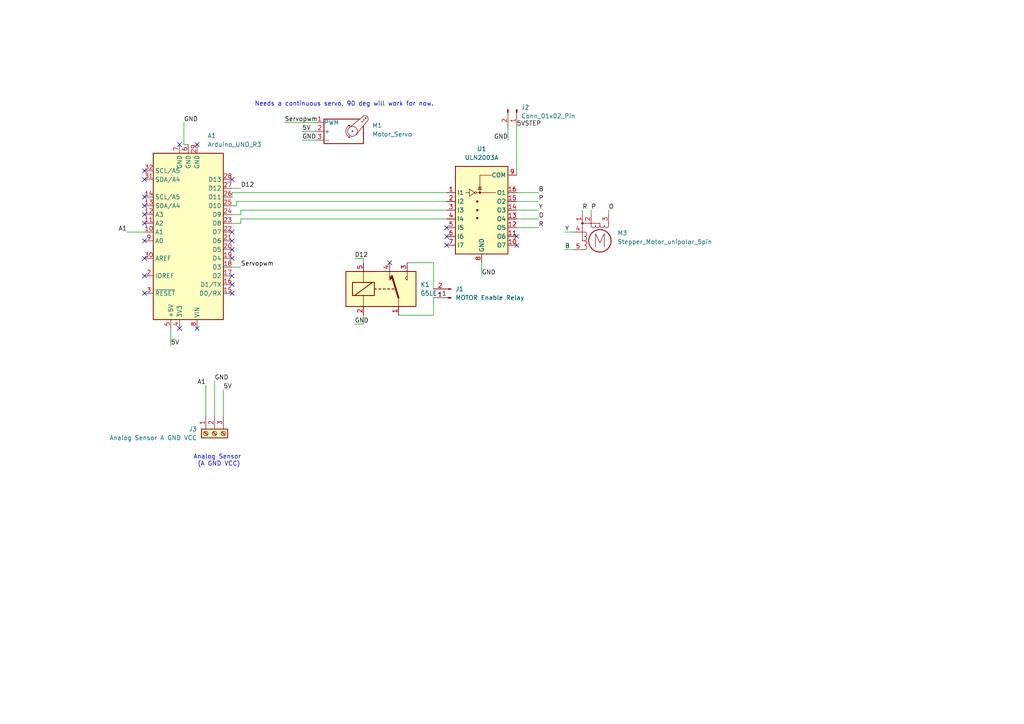
<source format=kicad_sch>
(kicad_sch
	(version 20231120)
	(generator "eeschema")
	(generator_version "8.0")
	(uuid "8bb1ea4f-b250-4936-bc19-6b5bff77a132")
	(paper "A4")
	(lib_symbols
		(symbol "Connector:Conn_01x02_Pin"
			(pin_names
				(offset 1.016) hide)
			(exclude_from_sim no)
			(in_bom yes)
			(on_board yes)
			(property "Reference" "J"
				(at 0 2.54 0)
				(effects
					(font
						(size 1.27 1.27)
					)
				)
			)
			(property "Value" "Conn_01x02_Pin"
				(at 0 -5.08 0)
				(effects
					(font
						(size 1.27 1.27)
					)
				)
			)
			(property "Footprint" ""
				(at 0 0 0)
				(effects
					(font
						(size 1.27 1.27)
					)
					(hide yes)
				)
			)
			(property "Datasheet" "~"
				(at 0 0 0)
				(effects
					(font
						(size 1.27 1.27)
					)
					(hide yes)
				)
			)
			(property "Description" "Generic connector, single row, 01x02, script generated"
				(at 0 0 0)
				(effects
					(font
						(size 1.27 1.27)
					)
					(hide yes)
				)
			)
			(property "ki_locked" ""
				(at 0 0 0)
				(effects
					(font
						(size 1.27 1.27)
					)
				)
			)
			(property "ki_keywords" "connector"
				(at 0 0 0)
				(effects
					(font
						(size 1.27 1.27)
					)
					(hide yes)
				)
			)
			(property "ki_fp_filters" "Connector*:*_1x??_*"
				(at 0 0 0)
				(effects
					(font
						(size 1.27 1.27)
					)
					(hide yes)
				)
			)
			(symbol "Conn_01x02_Pin_1_1"
				(polyline
					(pts
						(xy 1.27 -2.54) (xy 0.8636 -2.54)
					)
					(stroke
						(width 0.1524)
						(type default)
					)
					(fill
						(type none)
					)
				)
				(polyline
					(pts
						(xy 1.27 0) (xy 0.8636 0)
					)
					(stroke
						(width 0.1524)
						(type default)
					)
					(fill
						(type none)
					)
				)
				(rectangle
					(start 0.8636 -2.413)
					(end 0 -2.667)
					(stroke
						(width 0.1524)
						(type default)
					)
					(fill
						(type outline)
					)
				)
				(rectangle
					(start 0.8636 0.127)
					(end 0 -0.127)
					(stroke
						(width 0.1524)
						(type default)
					)
					(fill
						(type outline)
					)
				)
				(pin passive line
					(at 5.08 0 180)
					(length 3.81)
					(name "Pin_1"
						(effects
							(font
								(size 1.27 1.27)
							)
						)
					)
					(number "1"
						(effects
							(font
								(size 1.27 1.27)
							)
						)
					)
				)
				(pin passive line
					(at 5.08 -2.54 180)
					(length 3.81)
					(name "Pin_2"
						(effects
							(font
								(size 1.27 1.27)
							)
						)
					)
					(number "2"
						(effects
							(font
								(size 1.27 1.27)
							)
						)
					)
				)
			)
		)
		(symbol "Connector:Screw_Terminal_01x03"
			(pin_names
				(offset 1.016) hide)
			(exclude_from_sim no)
			(in_bom yes)
			(on_board yes)
			(property "Reference" "J"
				(at 0 5.08 0)
				(effects
					(font
						(size 1.27 1.27)
					)
				)
			)
			(property "Value" "Screw_Terminal_01x03"
				(at 0 -5.08 0)
				(effects
					(font
						(size 1.27 1.27)
					)
				)
			)
			(property "Footprint" ""
				(at 0 0 0)
				(effects
					(font
						(size 1.27 1.27)
					)
					(hide yes)
				)
			)
			(property "Datasheet" "~"
				(at 0 0 0)
				(effects
					(font
						(size 1.27 1.27)
					)
					(hide yes)
				)
			)
			(property "Description" "Generic screw terminal, single row, 01x03, script generated (kicad-library-utils/schlib/autogen/connector/)"
				(at 0 0 0)
				(effects
					(font
						(size 1.27 1.27)
					)
					(hide yes)
				)
			)
			(property "ki_keywords" "screw terminal"
				(at 0 0 0)
				(effects
					(font
						(size 1.27 1.27)
					)
					(hide yes)
				)
			)
			(property "ki_fp_filters" "TerminalBlock*:*"
				(at 0 0 0)
				(effects
					(font
						(size 1.27 1.27)
					)
					(hide yes)
				)
			)
			(symbol "Screw_Terminal_01x03_1_1"
				(rectangle
					(start -1.27 3.81)
					(end 1.27 -3.81)
					(stroke
						(width 0.254)
						(type default)
					)
					(fill
						(type background)
					)
				)
				(circle
					(center 0 -2.54)
					(radius 0.635)
					(stroke
						(width 0.1524)
						(type default)
					)
					(fill
						(type none)
					)
				)
				(polyline
					(pts
						(xy -0.5334 -2.2098) (xy 0.3302 -3.048)
					)
					(stroke
						(width 0.1524)
						(type default)
					)
					(fill
						(type none)
					)
				)
				(polyline
					(pts
						(xy -0.5334 0.3302) (xy 0.3302 -0.508)
					)
					(stroke
						(width 0.1524)
						(type default)
					)
					(fill
						(type none)
					)
				)
				(polyline
					(pts
						(xy -0.5334 2.8702) (xy 0.3302 2.032)
					)
					(stroke
						(width 0.1524)
						(type default)
					)
					(fill
						(type none)
					)
				)
				(polyline
					(pts
						(xy -0.3556 -2.032) (xy 0.508 -2.8702)
					)
					(stroke
						(width 0.1524)
						(type default)
					)
					(fill
						(type none)
					)
				)
				(polyline
					(pts
						(xy -0.3556 0.508) (xy 0.508 -0.3302)
					)
					(stroke
						(width 0.1524)
						(type default)
					)
					(fill
						(type none)
					)
				)
				(polyline
					(pts
						(xy -0.3556 3.048) (xy 0.508 2.2098)
					)
					(stroke
						(width 0.1524)
						(type default)
					)
					(fill
						(type none)
					)
				)
				(circle
					(center 0 0)
					(radius 0.635)
					(stroke
						(width 0.1524)
						(type default)
					)
					(fill
						(type none)
					)
				)
				(circle
					(center 0 2.54)
					(radius 0.635)
					(stroke
						(width 0.1524)
						(type default)
					)
					(fill
						(type none)
					)
				)
				(pin passive line
					(at -5.08 2.54 0)
					(length 3.81)
					(name "Pin_1"
						(effects
							(font
								(size 1.27 1.27)
							)
						)
					)
					(number "1"
						(effects
							(font
								(size 1.27 1.27)
							)
						)
					)
				)
				(pin passive line
					(at -5.08 0 0)
					(length 3.81)
					(name "Pin_2"
						(effects
							(font
								(size 1.27 1.27)
							)
						)
					)
					(number "2"
						(effects
							(font
								(size 1.27 1.27)
							)
						)
					)
				)
				(pin passive line
					(at -5.08 -2.54 0)
					(length 3.81)
					(name "Pin_3"
						(effects
							(font
								(size 1.27 1.27)
							)
						)
					)
					(number "3"
						(effects
							(font
								(size 1.27 1.27)
							)
						)
					)
				)
			)
		)
		(symbol "MCU_Module:Arduino_UNO_R3"
			(exclude_from_sim no)
			(in_bom yes)
			(on_board yes)
			(property "Reference" "A"
				(at -10.16 23.495 0)
				(effects
					(font
						(size 1.27 1.27)
					)
					(justify left bottom)
				)
			)
			(property "Value" "Arduino_UNO_R3"
				(at 5.08 -26.67 0)
				(effects
					(font
						(size 1.27 1.27)
					)
					(justify left top)
				)
			)
			(property "Footprint" "Module:Arduino_UNO_R3"
				(at 0 0 0)
				(effects
					(font
						(size 1.27 1.27)
						(italic yes)
					)
					(hide yes)
				)
			)
			(property "Datasheet" "https://www.arduino.cc/en/Main/arduinoBoardUno"
				(at 0 0 0)
				(effects
					(font
						(size 1.27 1.27)
					)
					(hide yes)
				)
			)
			(property "Description" "Arduino UNO Microcontroller Module, release 3"
				(at 0 0 0)
				(effects
					(font
						(size 1.27 1.27)
					)
					(hide yes)
				)
			)
			(property "ki_keywords" "Arduino UNO R3 Microcontroller Module Atmel AVR USB"
				(at 0 0 0)
				(effects
					(font
						(size 1.27 1.27)
					)
					(hide yes)
				)
			)
			(property "ki_fp_filters" "Arduino*UNO*R3*"
				(at 0 0 0)
				(effects
					(font
						(size 1.27 1.27)
					)
					(hide yes)
				)
			)
			(symbol "Arduino_UNO_R3_0_1"
				(rectangle
					(start -10.16 22.86)
					(end 10.16 -25.4)
					(stroke
						(width 0.254)
						(type default)
					)
					(fill
						(type background)
					)
				)
			)
			(symbol "Arduino_UNO_R3_1_1"
				(pin no_connect line
					(at -10.16 -20.32 0)
					(length 2.54) hide
					(name "NC"
						(effects
							(font
								(size 1.27 1.27)
							)
						)
					)
					(number "1"
						(effects
							(font
								(size 1.27 1.27)
							)
						)
					)
				)
				(pin bidirectional line
					(at 12.7 -2.54 180)
					(length 2.54)
					(name "A1"
						(effects
							(font
								(size 1.27 1.27)
							)
						)
					)
					(number "10"
						(effects
							(font
								(size 1.27 1.27)
							)
						)
					)
				)
				(pin bidirectional line
					(at 12.7 -5.08 180)
					(length 2.54)
					(name "A2"
						(effects
							(font
								(size 1.27 1.27)
							)
						)
					)
					(number "11"
						(effects
							(font
								(size 1.27 1.27)
							)
						)
					)
				)
				(pin bidirectional line
					(at 12.7 -7.62 180)
					(length 2.54)
					(name "A3"
						(effects
							(font
								(size 1.27 1.27)
							)
						)
					)
					(number "12"
						(effects
							(font
								(size 1.27 1.27)
							)
						)
					)
				)
				(pin bidirectional line
					(at 12.7 -10.16 180)
					(length 2.54)
					(name "SDA/A4"
						(effects
							(font
								(size 1.27 1.27)
							)
						)
					)
					(number "13"
						(effects
							(font
								(size 1.27 1.27)
							)
						)
					)
				)
				(pin bidirectional line
					(at 12.7 -12.7 180)
					(length 2.54)
					(name "SCL/A5"
						(effects
							(font
								(size 1.27 1.27)
							)
						)
					)
					(number "14"
						(effects
							(font
								(size 1.27 1.27)
							)
						)
					)
				)
				(pin bidirectional line
					(at -12.7 15.24 0)
					(length 2.54)
					(name "D0/RX"
						(effects
							(font
								(size 1.27 1.27)
							)
						)
					)
					(number "15"
						(effects
							(font
								(size 1.27 1.27)
							)
						)
					)
				)
				(pin bidirectional line
					(at -12.7 12.7 0)
					(length 2.54)
					(name "D1/TX"
						(effects
							(font
								(size 1.27 1.27)
							)
						)
					)
					(number "16"
						(effects
							(font
								(size 1.27 1.27)
							)
						)
					)
				)
				(pin bidirectional line
					(at -12.7 10.16 0)
					(length 2.54)
					(name "D2"
						(effects
							(font
								(size 1.27 1.27)
							)
						)
					)
					(number "17"
						(effects
							(font
								(size 1.27 1.27)
							)
						)
					)
				)
				(pin bidirectional line
					(at -12.7 7.62 0)
					(length 2.54)
					(name "D3"
						(effects
							(font
								(size 1.27 1.27)
							)
						)
					)
					(number "18"
						(effects
							(font
								(size 1.27 1.27)
							)
						)
					)
				)
				(pin bidirectional line
					(at -12.7 5.08 0)
					(length 2.54)
					(name "D4"
						(effects
							(font
								(size 1.27 1.27)
							)
						)
					)
					(number "19"
						(effects
							(font
								(size 1.27 1.27)
							)
						)
					)
				)
				(pin output line
					(at 12.7 10.16 180)
					(length 2.54)
					(name "IOREF"
						(effects
							(font
								(size 1.27 1.27)
							)
						)
					)
					(number "2"
						(effects
							(font
								(size 1.27 1.27)
							)
						)
					)
				)
				(pin bidirectional line
					(at -12.7 2.54 0)
					(length 2.54)
					(name "D5"
						(effects
							(font
								(size 1.27 1.27)
							)
						)
					)
					(number "20"
						(effects
							(font
								(size 1.27 1.27)
							)
						)
					)
				)
				(pin bidirectional line
					(at -12.7 0 0)
					(length 2.54)
					(name "D6"
						(effects
							(font
								(size 1.27 1.27)
							)
						)
					)
					(number "21"
						(effects
							(font
								(size 1.27 1.27)
							)
						)
					)
				)
				(pin bidirectional line
					(at -12.7 -2.54 0)
					(length 2.54)
					(name "D7"
						(effects
							(font
								(size 1.27 1.27)
							)
						)
					)
					(number "22"
						(effects
							(font
								(size 1.27 1.27)
							)
						)
					)
				)
				(pin bidirectional line
					(at -12.7 -5.08 0)
					(length 2.54)
					(name "D8"
						(effects
							(font
								(size 1.27 1.27)
							)
						)
					)
					(number "23"
						(effects
							(font
								(size 1.27 1.27)
							)
						)
					)
				)
				(pin bidirectional line
					(at -12.7 -7.62 0)
					(length 2.54)
					(name "D9"
						(effects
							(font
								(size 1.27 1.27)
							)
						)
					)
					(number "24"
						(effects
							(font
								(size 1.27 1.27)
							)
						)
					)
				)
				(pin bidirectional line
					(at -12.7 -10.16 0)
					(length 2.54)
					(name "D10"
						(effects
							(font
								(size 1.27 1.27)
							)
						)
					)
					(number "25"
						(effects
							(font
								(size 1.27 1.27)
							)
						)
					)
				)
				(pin bidirectional line
					(at -12.7 -12.7 0)
					(length 2.54)
					(name "D11"
						(effects
							(font
								(size 1.27 1.27)
							)
						)
					)
					(number "26"
						(effects
							(font
								(size 1.27 1.27)
							)
						)
					)
				)
				(pin bidirectional line
					(at -12.7 -15.24 0)
					(length 2.54)
					(name "D12"
						(effects
							(font
								(size 1.27 1.27)
							)
						)
					)
					(number "27"
						(effects
							(font
								(size 1.27 1.27)
							)
						)
					)
				)
				(pin bidirectional line
					(at -12.7 -17.78 0)
					(length 2.54)
					(name "D13"
						(effects
							(font
								(size 1.27 1.27)
							)
						)
					)
					(number "28"
						(effects
							(font
								(size 1.27 1.27)
							)
						)
					)
				)
				(pin power_in line
					(at -2.54 -27.94 90)
					(length 2.54)
					(name "GND"
						(effects
							(font
								(size 1.27 1.27)
							)
						)
					)
					(number "29"
						(effects
							(font
								(size 1.27 1.27)
							)
						)
					)
				)
				(pin input line
					(at 12.7 15.24 180)
					(length 2.54)
					(name "~{RESET}"
						(effects
							(font
								(size 1.27 1.27)
							)
						)
					)
					(number "3"
						(effects
							(font
								(size 1.27 1.27)
							)
						)
					)
				)
				(pin input line
					(at 12.7 5.08 180)
					(length 2.54)
					(name "AREF"
						(effects
							(font
								(size 1.27 1.27)
							)
						)
					)
					(number "30"
						(effects
							(font
								(size 1.27 1.27)
							)
						)
					)
				)
				(pin bidirectional line
					(at 12.7 -17.78 180)
					(length 2.54)
					(name "SDA/A4"
						(effects
							(font
								(size 1.27 1.27)
							)
						)
					)
					(number "31"
						(effects
							(font
								(size 1.27 1.27)
							)
						)
					)
				)
				(pin bidirectional line
					(at 12.7 -20.32 180)
					(length 2.54)
					(name "SCL/A5"
						(effects
							(font
								(size 1.27 1.27)
							)
						)
					)
					(number "32"
						(effects
							(font
								(size 1.27 1.27)
							)
						)
					)
				)
				(pin power_out line
					(at 2.54 25.4 270)
					(length 2.54)
					(name "3V3"
						(effects
							(font
								(size 1.27 1.27)
							)
						)
					)
					(number "4"
						(effects
							(font
								(size 1.27 1.27)
							)
						)
					)
				)
				(pin power_out line
					(at 5.08 25.4 270)
					(length 2.54)
					(name "+5V"
						(effects
							(font
								(size 1.27 1.27)
							)
						)
					)
					(number "5"
						(effects
							(font
								(size 1.27 1.27)
							)
						)
					)
				)
				(pin power_in line
					(at 0 -27.94 90)
					(length 2.54)
					(name "GND"
						(effects
							(font
								(size 1.27 1.27)
							)
						)
					)
					(number "6"
						(effects
							(font
								(size 1.27 1.27)
							)
						)
					)
				)
				(pin power_in line
					(at 2.54 -27.94 90)
					(length 2.54)
					(name "GND"
						(effects
							(font
								(size 1.27 1.27)
							)
						)
					)
					(number "7"
						(effects
							(font
								(size 1.27 1.27)
							)
						)
					)
				)
				(pin power_in line
					(at -2.54 25.4 270)
					(length 2.54)
					(name "VIN"
						(effects
							(font
								(size 1.27 1.27)
							)
						)
					)
					(number "8"
						(effects
							(font
								(size 1.27 1.27)
							)
						)
					)
				)
				(pin bidirectional line
					(at 12.7 0 180)
					(length 2.54)
					(name "A0"
						(effects
							(font
								(size 1.27 1.27)
							)
						)
					)
					(number "9"
						(effects
							(font
								(size 1.27 1.27)
							)
						)
					)
				)
			)
		)
		(symbol "Motor:Motor_Servo"
			(pin_names
				(offset 0.0254)
			)
			(exclude_from_sim no)
			(in_bom yes)
			(on_board yes)
			(property "Reference" "M"
				(at -5.08 4.445 0)
				(effects
					(font
						(size 1.27 1.27)
					)
					(justify left)
				)
			)
			(property "Value" "Motor_Servo"
				(at -5.08 -4.064 0)
				(effects
					(font
						(size 1.27 1.27)
					)
					(justify left top)
				)
			)
			(property "Footprint" ""
				(at 0 -4.826 0)
				(effects
					(font
						(size 1.27 1.27)
					)
					(hide yes)
				)
			)
			(property "Datasheet" "http://forums.parallax.com/uploads/attachments/46831/74481.png"
				(at 0 -4.826 0)
				(effects
					(font
						(size 1.27 1.27)
					)
					(hide yes)
				)
			)
			(property "Description" "Servo Motor (Futaba, HiTec, JR connector)"
				(at 0 0 0)
				(effects
					(font
						(size 1.27 1.27)
					)
					(hide yes)
				)
			)
			(property "ki_keywords" "Servo Motor"
				(at 0 0 0)
				(effects
					(font
						(size 1.27 1.27)
					)
					(hide yes)
				)
			)
			(property "ki_fp_filters" "PinHeader*P2.54mm*"
				(at 0 0 0)
				(effects
					(font
						(size 1.27 1.27)
					)
					(hide yes)
				)
			)
			(symbol "Motor_Servo_0_1"
				(polyline
					(pts
						(xy 2.413 -1.778) (xy 2.032 -1.778)
					)
					(stroke
						(width 0)
						(type default)
					)
					(fill
						(type none)
					)
				)
				(polyline
					(pts
						(xy 2.413 -1.778) (xy 2.286 -1.397)
					)
					(stroke
						(width 0)
						(type default)
					)
					(fill
						(type none)
					)
				)
				(polyline
					(pts
						(xy 2.413 1.778) (xy 1.905 1.778)
					)
					(stroke
						(width 0)
						(type default)
					)
					(fill
						(type none)
					)
				)
				(polyline
					(pts
						(xy 2.413 1.778) (xy 2.286 1.397)
					)
					(stroke
						(width 0)
						(type default)
					)
					(fill
						(type none)
					)
				)
				(polyline
					(pts
						(xy 6.35 4.445) (xy 2.54 1.27)
					)
					(stroke
						(width 0)
						(type default)
					)
					(fill
						(type none)
					)
				)
				(polyline
					(pts
						(xy 7.62 3.175) (xy 4.191 -1.016)
					)
					(stroke
						(width 0)
						(type default)
					)
					(fill
						(type none)
					)
				)
				(polyline
					(pts
						(xy 5.08 3.556) (xy -5.08 3.556) (xy -5.08 -3.556) (xy 6.35 -3.556) (xy 6.35 1.524)
					)
					(stroke
						(width 0.254)
						(type default)
					)
					(fill
						(type none)
					)
				)
				(arc
					(start 2.413 1.778)
					(mid 1.2406 0)
					(end 2.413 -1.778)
					(stroke
						(width 0)
						(type default)
					)
					(fill
						(type none)
					)
				)
				(circle
					(center 3.175 0)
					(radius 0.1778)
					(stroke
						(width 0)
						(type default)
					)
					(fill
						(type none)
					)
				)
				(circle
					(center 3.175 0)
					(radius 1.4224)
					(stroke
						(width 0)
						(type default)
					)
					(fill
						(type none)
					)
				)
				(circle
					(center 5.969 2.794)
					(radius 0.127)
					(stroke
						(width 0)
						(type default)
					)
					(fill
						(type none)
					)
				)
				(circle
					(center 6.477 3.302)
					(radius 0.127)
					(stroke
						(width 0)
						(type default)
					)
					(fill
						(type none)
					)
				)
				(circle
					(center 6.985 3.81)
					(radius 0.127)
					(stroke
						(width 0)
						(type default)
					)
					(fill
						(type none)
					)
				)
				(arc
					(start 7.62 3.175)
					(mid 7.4485 4.2735)
					(end 6.35 4.445)
					(stroke
						(width 0)
						(type default)
					)
					(fill
						(type none)
					)
				)
			)
			(symbol "Motor_Servo_1_1"
				(pin passive line
					(at -7.62 2.54 0)
					(length 2.54)
					(name "PWM"
						(effects
							(font
								(size 1.27 1.27)
							)
						)
					)
					(number "1"
						(effects
							(font
								(size 1.27 1.27)
							)
						)
					)
				)
				(pin passive line
					(at -7.62 0 0)
					(length 2.54)
					(name "+"
						(effects
							(font
								(size 1.27 1.27)
							)
						)
					)
					(number "2"
						(effects
							(font
								(size 1.27 1.27)
							)
						)
					)
				)
				(pin passive line
					(at -7.62 -2.54 0)
					(length 2.54)
					(name "-"
						(effects
							(font
								(size 1.27 1.27)
							)
						)
					)
					(number "3"
						(effects
							(font
								(size 1.27 1.27)
							)
						)
					)
				)
			)
		)
		(symbol "Motor:Stepper_Motor_unipolar_5pin"
			(pin_names
				(offset 0) hide)
			(exclude_from_sim no)
			(in_bom yes)
			(on_board yes)
			(property "Reference" "M"
				(at 3.81 2.54 0)
				(effects
					(font
						(size 1.27 1.27)
					)
					(justify left)
				)
			)
			(property "Value" "Stepper_Motor_unipolar_5pin"
				(at 3.81 1.27 0)
				(effects
					(font
						(size 1.27 1.27)
					)
					(justify left top)
				)
			)
			(property "Footprint" ""
				(at 0.254 -0.254 0)
				(effects
					(font
						(size 1.27 1.27)
					)
					(hide yes)
				)
			)
			(property "Datasheet" "http://www.infineon.com/dgdl/Application-Note-TLE8110EE_driving_UniPolarStepperMotor_V1.1.pdf?fileId=db3a30431be39b97011be5d0aa0a00b0"
				(at 0.254 -0.254 0)
				(effects
					(font
						(size 1.27 1.27)
					)
					(hide yes)
				)
			)
			(property "Description" "5-wire unipolar stepper motor"
				(at 0 0 0)
				(effects
					(font
						(size 1.27 1.27)
					)
					(hide yes)
				)
			)
			(property "ki_keywords" "unipolar stepper motor"
				(at 0 0 0)
				(effects
					(font
						(size 1.27 1.27)
					)
					(hide yes)
				)
			)
			(property "ki_fp_filters" "PinHeader*P2.54mm* TerminalBlock*"
				(at 0 0 0)
				(effects
					(font
						(size 1.27 1.27)
					)
					(hide yes)
				)
			)
			(symbol "Stepper_Motor_unipolar_5pin_0_0"
				(polyline
					(pts
						(xy -1.27 -1.778) (xy -1.27 2.032) (xy 0 -0.508) (xy 1.27 2.032) (xy 1.27 -1.778)
					)
					(stroke
						(width 0)
						(type default)
					)
					(fill
						(type none)
					)
				)
			)
			(symbol "Stepper_Motor_unipolar_5pin_0_1"
				(circle
					(center -5.08 5.08)
					(radius 0.0001)
					(stroke
						(width 0)
						(type default)
					)
					(fill
						(type outline)
					)
				)
				(circle
					(center -5.08 5.08)
					(radius 0.254)
					(stroke
						(width 0)
						(type default)
					)
					(fill
						(type outline)
					)
				)
				(arc
					(start -4.445 -2.54)
					(mid -3.8127 -1.905)
					(end -4.445 -1.27)
					(stroke
						(width 0)
						(type default)
					)
					(fill
						(type none)
					)
				)
				(arc
					(start -4.445 -1.27)
					(mid -3.8127 -0.635)
					(end -4.445 0)
					(stroke
						(width 0)
						(type default)
					)
					(fill
						(type none)
					)
				)
				(arc
					(start -4.445 0)
					(mid -3.8127 0.635)
					(end -4.445 1.27)
					(stroke
						(width 0)
						(type default)
					)
					(fill
						(type none)
					)
				)
				(arc
					(start -4.445 1.27)
					(mid -3.8127 1.905)
					(end -4.445 2.54)
					(stroke
						(width 0)
						(type default)
					)
					(fill
						(type none)
					)
				)
				(arc
					(start -2.54 4.445)
					(mid -1.905 3.8127)
					(end -1.27 4.445)
					(stroke
						(width 0)
						(type default)
					)
					(fill
						(type none)
					)
				)
				(arc
					(start -1.27 4.445)
					(mid -0.635 3.8127)
					(end 0 4.445)
					(stroke
						(width 0)
						(type default)
					)
					(fill
						(type none)
					)
				)
				(polyline
					(pts
						(xy -5.08 -2.54) (xy -4.445 -2.54)
					)
					(stroke
						(width 0)
						(type default)
					)
					(fill
						(type none)
					)
				)
				(polyline
					(pts
						(xy -5.08 2.54) (xy -4.445 2.54)
					)
					(stroke
						(width 0)
						(type default)
					)
					(fill
						(type none)
					)
				)
				(polyline
					(pts
						(xy -2.54 4.445) (xy -2.54 5.08)
					)
					(stroke
						(width 0)
						(type default)
					)
					(fill
						(type none)
					)
				)
				(polyline
					(pts
						(xy 2.54 4.445) (xy 2.54 5.08)
					)
					(stroke
						(width 0)
						(type default)
					)
					(fill
						(type none)
					)
				)
				(polyline
					(pts
						(xy -5.08 5.08) (xy -5.08 0) (xy -4.445 0)
					)
					(stroke
						(width 0)
						(type default)
					)
					(fill
						(type none)
					)
				)
				(polyline
					(pts
						(xy 0 4.445) (xy 0 5.08) (xy -5.08 5.08)
					)
					(stroke
						(width 0)
						(type default)
					)
					(fill
						(type none)
					)
				)
				(circle
					(center 0 0)
					(radius 3.2512)
					(stroke
						(width 0.254)
						(type default)
					)
					(fill
						(type none)
					)
				)
				(arc
					(start 0 4.445)
					(mid 0.635 3.8127)
					(end 1.27 4.445)
					(stroke
						(width 0)
						(type default)
					)
					(fill
						(type none)
					)
				)
				(arc
					(start 1.27 4.445)
					(mid 1.905 3.8127)
					(end 2.54 4.445)
					(stroke
						(width 0)
						(type default)
					)
					(fill
						(type none)
					)
				)
			)
			(symbol "Stepper_Motor_unipolar_5pin_1_1"
				(pin passive line
					(at -5.08 7.62 270)
					(length 2.54)
					(name "~"
						(effects
							(font
								(size 1.27 1.27)
							)
						)
					)
					(number "1"
						(effects
							(font
								(size 1.27 1.27)
							)
						)
					)
				)
				(pin passive line
					(at -2.54 7.62 270)
					(length 2.54)
					(name "~"
						(effects
							(font
								(size 1.27 1.27)
							)
						)
					)
					(number "2"
						(effects
							(font
								(size 1.27 1.27)
							)
						)
					)
				)
				(pin passive line
					(at 2.54 7.62 270)
					(length 2.54)
					(name "-"
						(effects
							(font
								(size 1.27 1.27)
							)
						)
					)
					(number "3"
						(effects
							(font
								(size 1.27 1.27)
							)
						)
					)
				)
				(pin passive line
					(at -7.62 2.54 0)
					(length 2.54)
					(name "~"
						(effects
							(font
								(size 1.27 1.27)
							)
						)
					)
					(number "4"
						(effects
							(font
								(size 1.27 1.27)
							)
						)
					)
				)
				(pin passive line
					(at -7.62 -2.54 0)
					(length 2.54)
					(name "~"
						(effects
							(font
								(size 1.27 1.27)
							)
						)
					)
					(number "5"
						(effects
							(font
								(size 1.27 1.27)
							)
						)
					)
				)
			)
		)
		(symbol "Relay:G5LE-1"
			(exclude_from_sim no)
			(in_bom yes)
			(on_board yes)
			(property "Reference" "K"
				(at 11.43 3.81 0)
				(effects
					(font
						(size 1.27 1.27)
					)
					(justify left)
				)
			)
			(property "Value" "G5LE-1"
				(at 11.43 1.27 0)
				(effects
					(font
						(size 1.27 1.27)
					)
					(justify left)
				)
			)
			(property "Footprint" "Relay_THT:Relay_SPDT_Omron-G5LE-1"
				(at 11.43 -1.27 0)
				(effects
					(font
						(size 1.27 1.27)
					)
					(justify left)
					(hide yes)
				)
			)
			(property "Datasheet" "http://www.omron.com/ecb/products/pdf/en-g5le.pdf"
				(at 0 0 0)
				(effects
					(font
						(size 1.27 1.27)
					)
					(hide yes)
				)
			)
			(property "Description" "Omron G5LE relay, Miniature Single Pole, SPDT, 10A"
				(at 0 0 0)
				(effects
					(font
						(size 1.27 1.27)
					)
					(hide yes)
				)
			)
			(property "ki_keywords" "Miniature Single Pole Relay"
				(at 0 0 0)
				(effects
					(font
						(size 1.27 1.27)
					)
					(hide yes)
				)
			)
			(property "ki_fp_filters" "Relay*SPDT*Omron*G5LE?1*"
				(at 0 0 0)
				(effects
					(font
						(size 1.27 1.27)
					)
					(hide yes)
				)
			)
			(symbol "G5LE-1_0_0"
				(polyline
					(pts
						(xy 7.62 5.08) (xy 7.62 2.54) (xy 6.985 3.175) (xy 7.62 3.81)
					)
					(stroke
						(width 0)
						(type default)
					)
					(fill
						(type none)
					)
				)
			)
			(symbol "G5LE-1_0_1"
				(rectangle
					(start -10.16 5.08)
					(end 10.16 -5.08)
					(stroke
						(width 0.254)
						(type default)
					)
					(fill
						(type background)
					)
				)
				(rectangle
					(start -8.255 1.905)
					(end -1.905 -1.905)
					(stroke
						(width 0.254)
						(type default)
					)
					(fill
						(type none)
					)
				)
				(polyline
					(pts
						(xy -7.62 -1.905) (xy -2.54 1.905)
					)
					(stroke
						(width 0.254)
						(type default)
					)
					(fill
						(type none)
					)
				)
				(polyline
					(pts
						(xy -5.08 -5.08) (xy -5.08 -1.905)
					)
					(stroke
						(width 0)
						(type default)
					)
					(fill
						(type none)
					)
				)
				(polyline
					(pts
						(xy -5.08 5.08) (xy -5.08 1.905)
					)
					(stroke
						(width 0)
						(type default)
					)
					(fill
						(type none)
					)
				)
				(polyline
					(pts
						(xy -1.905 0) (xy -1.27 0)
					)
					(stroke
						(width 0.254)
						(type default)
					)
					(fill
						(type none)
					)
				)
				(polyline
					(pts
						(xy -0.635 0) (xy 0 0)
					)
					(stroke
						(width 0.254)
						(type default)
					)
					(fill
						(type none)
					)
				)
				(polyline
					(pts
						(xy 0.635 0) (xy 1.27 0)
					)
					(stroke
						(width 0.254)
						(type default)
					)
					(fill
						(type none)
					)
				)
				(polyline
					(pts
						(xy 1.905 0) (xy 2.54 0)
					)
					(stroke
						(width 0.254)
						(type default)
					)
					(fill
						(type none)
					)
				)
				(polyline
					(pts
						(xy 3.175 0) (xy 3.81 0)
					)
					(stroke
						(width 0.254)
						(type default)
					)
					(fill
						(type none)
					)
				)
				(polyline
					(pts
						(xy 5.08 -2.54) (xy 3.175 3.81)
					)
					(stroke
						(width 0.508)
						(type default)
					)
					(fill
						(type none)
					)
				)
				(polyline
					(pts
						(xy 5.08 -2.54) (xy 5.08 -5.08)
					)
					(stroke
						(width 0)
						(type default)
					)
					(fill
						(type none)
					)
				)
				(polyline
					(pts
						(xy 2.54 5.08) (xy 2.54 2.54) (xy 3.175 3.175) (xy 2.54 3.81)
					)
					(stroke
						(width 0)
						(type default)
					)
					(fill
						(type outline)
					)
				)
			)
			(symbol "G5LE-1_1_1"
				(pin passive line
					(at 5.08 -7.62 90)
					(length 2.54)
					(name "~"
						(effects
							(font
								(size 1.27 1.27)
							)
						)
					)
					(number "1"
						(effects
							(font
								(size 1.27 1.27)
							)
						)
					)
				)
				(pin passive line
					(at -5.08 -7.62 90)
					(length 2.54)
					(name "~"
						(effects
							(font
								(size 1.27 1.27)
							)
						)
					)
					(number "2"
						(effects
							(font
								(size 1.27 1.27)
							)
						)
					)
				)
				(pin passive line
					(at 7.62 7.62 270)
					(length 2.54)
					(name "~"
						(effects
							(font
								(size 1.27 1.27)
							)
						)
					)
					(number "3"
						(effects
							(font
								(size 1.27 1.27)
							)
						)
					)
				)
				(pin passive line
					(at 2.54 7.62 270)
					(length 2.54)
					(name "~"
						(effects
							(font
								(size 1.27 1.27)
							)
						)
					)
					(number "4"
						(effects
							(font
								(size 1.27 1.27)
							)
						)
					)
				)
				(pin passive line
					(at -5.08 7.62 270)
					(length 2.54)
					(name "~"
						(effects
							(font
								(size 1.27 1.27)
							)
						)
					)
					(number "5"
						(effects
							(font
								(size 1.27 1.27)
							)
						)
					)
				)
			)
		)
		(symbol "Transistor_Array:ULN2003A"
			(exclude_from_sim no)
			(in_bom yes)
			(on_board yes)
			(property "Reference" "U"
				(at 0 15.875 0)
				(effects
					(font
						(size 1.27 1.27)
					)
				)
			)
			(property "Value" "ULN2003A"
				(at 0 13.97 0)
				(effects
					(font
						(size 1.27 1.27)
					)
				)
			)
			(property "Footprint" ""
				(at 1.27 -13.97 0)
				(effects
					(font
						(size 1.27 1.27)
					)
					(justify left)
					(hide yes)
				)
			)
			(property "Datasheet" "http://www.ti.com/lit/ds/symlink/uln2003a.pdf"
				(at 2.54 -5.08 0)
				(effects
					(font
						(size 1.27 1.27)
					)
					(hide yes)
				)
			)
			(property "Description" "High Voltage, High Current Darlington Transistor Arrays, SOIC16/SOIC16W/DIP16/TSSOP16"
				(at 0 0 0)
				(effects
					(font
						(size 1.27 1.27)
					)
					(hide yes)
				)
			)
			(property "ki_keywords" "darlington transistor array"
				(at 0 0 0)
				(effects
					(font
						(size 1.27 1.27)
					)
					(hide yes)
				)
			)
			(property "ki_fp_filters" "DIP*W7.62mm* SOIC*3.9x9.9mm*P1.27mm* SSOP*4.4x5.2mm*P0.65mm* TSSOP*4.4x5mm*P0.65mm* SOIC*W*5.3x10.2mm*P1.27mm*"
				(at 0 0 0)
				(effects
					(font
						(size 1.27 1.27)
					)
					(hide yes)
				)
			)
			(symbol "ULN2003A_0_1"
				(rectangle
					(start -7.62 -12.7)
					(end 7.62 12.7)
					(stroke
						(width 0.254)
						(type default)
					)
					(fill
						(type background)
					)
				)
				(circle
					(center -1.778 5.08)
					(radius 0.254)
					(stroke
						(width 0)
						(type default)
					)
					(fill
						(type none)
					)
				)
				(circle
					(center -1.27 -2.286)
					(radius 0.254)
					(stroke
						(width 0)
						(type default)
					)
					(fill
						(type outline)
					)
				)
				(circle
					(center -1.27 0)
					(radius 0.254)
					(stroke
						(width 0)
						(type default)
					)
					(fill
						(type outline)
					)
				)
				(circle
					(center -1.27 2.54)
					(radius 0.254)
					(stroke
						(width 0)
						(type default)
					)
					(fill
						(type outline)
					)
				)
				(circle
					(center -0.508 5.08)
					(radius 0.254)
					(stroke
						(width 0)
						(type default)
					)
					(fill
						(type outline)
					)
				)
				(polyline
					(pts
						(xy -4.572 5.08) (xy -3.556 5.08)
					)
					(stroke
						(width 0)
						(type default)
					)
					(fill
						(type none)
					)
				)
				(polyline
					(pts
						(xy -1.524 5.08) (xy 4.064 5.08)
					)
					(stroke
						(width 0)
						(type default)
					)
					(fill
						(type none)
					)
				)
				(polyline
					(pts
						(xy 0 6.731) (xy -1.016 6.731)
					)
					(stroke
						(width 0)
						(type default)
					)
					(fill
						(type none)
					)
				)
				(polyline
					(pts
						(xy -0.508 5.08) (xy -0.508 10.16) (xy 2.921 10.16)
					)
					(stroke
						(width 0)
						(type default)
					)
					(fill
						(type none)
					)
				)
				(polyline
					(pts
						(xy -3.556 6.096) (xy -3.556 4.064) (xy -2.032 5.08) (xy -3.556 6.096)
					)
					(stroke
						(width 0)
						(type default)
					)
					(fill
						(type none)
					)
				)
				(polyline
					(pts
						(xy 0 5.969) (xy -1.016 5.969) (xy -0.508 6.731) (xy 0 5.969)
					)
					(stroke
						(width 0)
						(type default)
					)
					(fill
						(type none)
					)
				)
			)
			(symbol "ULN2003A_1_1"
				(pin input line
					(at -10.16 5.08 0)
					(length 2.54)
					(name "I1"
						(effects
							(font
								(size 1.27 1.27)
							)
						)
					)
					(number "1"
						(effects
							(font
								(size 1.27 1.27)
							)
						)
					)
				)
				(pin open_collector line
					(at 10.16 -10.16 180)
					(length 2.54)
					(name "O7"
						(effects
							(font
								(size 1.27 1.27)
							)
						)
					)
					(number "10"
						(effects
							(font
								(size 1.27 1.27)
							)
						)
					)
				)
				(pin open_collector line
					(at 10.16 -7.62 180)
					(length 2.54)
					(name "O6"
						(effects
							(font
								(size 1.27 1.27)
							)
						)
					)
					(number "11"
						(effects
							(font
								(size 1.27 1.27)
							)
						)
					)
				)
				(pin open_collector line
					(at 10.16 -5.08 180)
					(length 2.54)
					(name "O5"
						(effects
							(font
								(size 1.27 1.27)
							)
						)
					)
					(number "12"
						(effects
							(font
								(size 1.27 1.27)
							)
						)
					)
				)
				(pin open_collector line
					(at 10.16 -2.54 180)
					(length 2.54)
					(name "O4"
						(effects
							(font
								(size 1.27 1.27)
							)
						)
					)
					(number "13"
						(effects
							(font
								(size 1.27 1.27)
							)
						)
					)
				)
				(pin open_collector line
					(at 10.16 0 180)
					(length 2.54)
					(name "O3"
						(effects
							(font
								(size 1.27 1.27)
							)
						)
					)
					(number "14"
						(effects
							(font
								(size 1.27 1.27)
							)
						)
					)
				)
				(pin open_collector line
					(at 10.16 2.54 180)
					(length 2.54)
					(name "O2"
						(effects
							(font
								(size 1.27 1.27)
							)
						)
					)
					(number "15"
						(effects
							(font
								(size 1.27 1.27)
							)
						)
					)
				)
				(pin open_collector line
					(at 10.16 5.08 180)
					(length 2.54)
					(name "O1"
						(effects
							(font
								(size 1.27 1.27)
							)
						)
					)
					(number "16"
						(effects
							(font
								(size 1.27 1.27)
							)
						)
					)
				)
				(pin input line
					(at -10.16 2.54 0)
					(length 2.54)
					(name "I2"
						(effects
							(font
								(size 1.27 1.27)
							)
						)
					)
					(number "2"
						(effects
							(font
								(size 1.27 1.27)
							)
						)
					)
				)
				(pin input line
					(at -10.16 0 0)
					(length 2.54)
					(name "I3"
						(effects
							(font
								(size 1.27 1.27)
							)
						)
					)
					(number "3"
						(effects
							(font
								(size 1.27 1.27)
							)
						)
					)
				)
				(pin input line
					(at -10.16 -2.54 0)
					(length 2.54)
					(name "I4"
						(effects
							(font
								(size 1.27 1.27)
							)
						)
					)
					(number "4"
						(effects
							(font
								(size 1.27 1.27)
							)
						)
					)
				)
				(pin input line
					(at -10.16 -5.08 0)
					(length 2.54)
					(name "I5"
						(effects
							(font
								(size 1.27 1.27)
							)
						)
					)
					(number "5"
						(effects
							(font
								(size 1.27 1.27)
							)
						)
					)
				)
				(pin input line
					(at -10.16 -7.62 0)
					(length 2.54)
					(name "I6"
						(effects
							(font
								(size 1.27 1.27)
							)
						)
					)
					(number "6"
						(effects
							(font
								(size 1.27 1.27)
							)
						)
					)
				)
				(pin input line
					(at -10.16 -10.16 0)
					(length 2.54)
					(name "I7"
						(effects
							(font
								(size 1.27 1.27)
							)
						)
					)
					(number "7"
						(effects
							(font
								(size 1.27 1.27)
							)
						)
					)
				)
				(pin power_in line
					(at 0 -15.24 90)
					(length 2.54)
					(name "GND"
						(effects
							(font
								(size 1.27 1.27)
							)
						)
					)
					(number "8"
						(effects
							(font
								(size 1.27 1.27)
							)
						)
					)
				)
				(pin passive line
					(at 10.16 10.16 180)
					(length 2.54)
					(name "COM"
						(effects
							(font
								(size 1.27 1.27)
							)
						)
					)
					(number "9"
						(effects
							(font
								(size 1.27 1.27)
							)
						)
					)
				)
			)
		)
	)
	(no_connect
		(at 41.91 85.09)
		(uuid "0a2f8684-651b-491f-9d89-27b982baef29")
	)
	(no_connect
		(at 52.07 95.25)
		(uuid "0eb509f1-1234-46aa-a1f2-2fe34d552d5b")
	)
	(no_connect
		(at 129.54 68.58)
		(uuid "143f83af-5ad6-4287-910d-85f5b429f4c5")
	)
	(no_connect
		(at 41.91 59.69)
		(uuid "1cba326c-a740-4640-a6b8-7b59b9aa4abe")
	)
	(no_connect
		(at 41.91 52.07)
		(uuid "215b7625-56bc-464a-9eb5-6d8e55fcfb8d")
	)
	(no_connect
		(at 52.07 41.91)
		(uuid "2b003766-2bd4-4347-acdb-76aef064d838")
	)
	(no_connect
		(at 67.31 74.93)
		(uuid "2d79c2bb-7d95-496c-acd6-c90aef93e209")
	)
	(no_connect
		(at 149.86 68.58)
		(uuid "45c739e4-8bce-4529-be9d-fc74aa9f7d3d")
	)
	(no_connect
		(at 57.15 41.91)
		(uuid "502b3afb-69a9-4f99-b207-ef4c32e315d3")
	)
	(no_connect
		(at 41.91 69.85)
		(uuid "6237dace-7288-4634-acb0-82e139de4c33")
	)
	(no_connect
		(at 129.54 71.12)
		(uuid "709e73d8-296c-4540-b203-cf3c962152b4")
	)
	(no_connect
		(at 41.91 80.01)
		(uuid "83eb863e-9f54-4b70-b9c9-76f375eee486")
	)
	(no_connect
		(at 67.31 72.39)
		(uuid "a3f45ee2-0188-4f03-bbb9-628a0bddf38e")
	)
	(no_connect
		(at 41.91 49.53)
		(uuid "a5559bb2-3536-4d7e-90a1-43085291b9f4")
	)
	(no_connect
		(at 67.31 52.07)
		(uuid "ac459bc0-6791-4bf9-83cd-cf8f17faff54")
	)
	(no_connect
		(at 41.91 57.15)
		(uuid "ba920580-1f4a-4a0e-a55b-3b8b1382ec12")
	)
	(no_connect
		(at 57.15 95.25)
		(uuid "c3a58fb9-0f3a-4e6d-b465-44324733456c")
	)
	(no_connect
		(at 41.91 64.77)
		(uuid "c84f4656-a439-45ad-a21f-453d9673185b")
	)
	(no_connect
		(at 113.03 76.2)
		(uuid "cc9cbc84-35ed-4d0a-9aba-a69288661588")
	)
	(no_connect
		(at 129.54 66.04)
		(uuid "dc6f2034-b0a9-4abd-a293-0e3837ca859a")
	)
	(no_connect
		(at 67.31 69.85)
		(uuid "dcb73fbd-88ad-462d-b973-546f22db8384")
	)
	(no_connect
		(at 67.31 85.09)
		(uuid "f055aaf8-a82e-4dfe-a3d7-e66196edbc34")
	)
	(no_connect
		(at 41.91 74.93)
		(uuid "f1dad38b-a15c-430b-8faf-254c8fdb7e37")
	)
	(no_connect
		(at 149.86 71.12)
		(uuid "f6391420-8530-46b4-8abb-86d05aff0e83")
	)
	(no_connect
		(at 41.91 62.23)
		(uuid "fbd8f572-41b8-442e-a29e-c0724b628173")
	)
	(no_connect
		(at 67.31 80.01)
		(uuid "fe316971-bea2-427d-94ec-048df1fb9ac2")
	)
	(no_connect
		(at 67.31 82.55)
		(uuid "fe3a8b9b-83c5-49b5-860a-c772360f50b2")
	)
	(no_connect
		(at 67.31 67.31)
		(uuid "ffe62d0f-785c-4d70-94bc-716a87a0e469")
	)
	(wire
		(pts
			(xy 163.83 72.39) (xy 166.37 72.39)
		)
		(stroke
			(width 0)
			(type default)
		)
		(uuid "01e6f35c-6b5b-4704-ae18-ccf64d5776ef")
	)
	(wire
		(pts
			(xy 129.54 55.88) (xy 67.31 55.88)
		)
		(stroke
			(width 0)
			(type default)
		)
		(uuid "05c97ddf-62aa-40df-99a2-2b0c43235f21")
	)
	(wire
		(pts
			(xy 87.63 38.1) (xy 91.44 38.1)
		)
		(stroke
			(width 0)
			(type default)
		)
		(uuid "06e02dc1-994e-4a40-8855-ff75267c2171")
	)
	(wire
		(pts
			(xy 105.41 93.98) (xy 105.41 91.44)
		)
		(stroke
			(width 0)
			(type default)
		)
		(uuid "077fb625-1792-4417-8c49-3b455bd5a32b")
	)
	(wire
		(pts
			(xy 125.73 91.44) (xy 125.73 86.36)
		)
		(stroke
			(width 0)
			(type default)
		)
		(uuid "1549b92e-83bd-47eb-a272-329dd111fe8e")
	)
	(wire
		(pts
			(xy 168.91 60.96) (xy 168.91 62.23)
		)
		(stroke
			(width 0)
			(type default)
		)
		(uuid "162c4df8-9cb5-426b-b47a-544796dafd76")
	)
	(wire
		(pts
			(xy 125.73 76.2) (xy 125.73 83.82)
		)
		(stroke
			(width 0)
			(type default)
		)
		(uuid "24d09b38-e03f-4ac0-8dfc-30377434470b")
	)
	(wire
		(pts
			(xy 149.86 66.04) (xy 156.21 66.04)
		)
		(stroke
			(width 0)
			(type default)
		)
		(uuid "277ef708-ec25-49ed-9cfc-0e4035482b8e")
	)
	(wire
		(pts
			(xy 105.41 74.93) (xy 102.87 74.93)
		)
		(stroke
			(width 0)
			(type default)
		)
		(uuid "2f11dbde-bfca-4491-a094-ca9df558a3b9")
	)
	(wire
		(pts
			(xy 49.53 95.25) (xy 49.53 100.33)
		)
		(stroke
			(width 0)
			(type default)
		)
		(uuid "347e4c6e-c156-4199-ac15-6f93f52eda13")
	)
	(wire
		(pts
			(xy 149.86 55.88) (xy 156.21 55.88)
		)
		(stroke
			(width 0)
			(type default)
		)
		(uuid "36b50ac4-04c6-4b80-a317-15ea04ee9246")
	)
	(wire
		(pts
			(xy 105.41 93.98) (xy 102.87 93.98)
		)
		(stroke
			(width 0)
			(type default)
		)
		(uuid "38eb5af0-3b29-49ef-a7af-75e5f09280dc")
	)
	(wire
		(pts
			(xy 176.53 60.96) (xy 176.53 62.23)
		)
		(stroke
			(width 0)
			(type default)
		)
		(uuid "3b217f70-4b36-4859-8091-dd6b1f3c6f29")
	)
	(wire
		(pts
			(xy 118.11 76.2) (xy 125.73 76.2)
		)
		(stroke
			(width 0)
			(type default)
		)
		(uuid "41513780-b385-4c52-ab41-f520b2334a15")
	)
	(wire
		(pts
			(xy 64.77 113.03) (xy 64.77 120.65)
		)
		(stroke
			(width 0)
			(type default)
		)
		(uuid "468f15e1-0ef0-4ed5-9882-b74d60ec4e77")
	)
	(wire
		(pts
			(xy 149.86 36.83) (xy 149.86 50.8)
		)
		(stroke
			(width 0)
			(type default)
		)
		(uuid "4f32b855-943b-4dd8-a867-4a5c0d9c40b2")
	)
	(wire
		(pts
			(xy 59.69 111.76) (xy 59.69 120.65)
		)
		(stroke
			(width 0)
			(type default)
		)
		(uuid "4fb92b54-313b-4ae3-8e49-03ad762b6177")
	)
	(wire
		(pts
			(xy 62.23 110.49) (xy 62.23 120.65)
		)
		(stroke
			(width 0)
			(type default)
		)
		(uuid "5e719831-a47c-4b12-b0a4-8ba4ffed87de")
	)
	(wire
		(pts
			(xy 69.85 64.77) (xy 67.31 64.77)
		)
		(stroke
			(width 0)
			(type default)
		)
		(uuid "6ccee0f4-213b-41fc-9b26-9513c82262de")
	)
	(wire
		(pts
			(xy 149.86 63.5) (xy 156.21 63.5)
		)
		(stroke
			(width 0)
			(type default)
		)
		(uuid "74db0fe6-7352-424e-b802-3bd2800dab94")
	)
	(wire
		(pts
			(xy 69.85 63.5) (xy 69.85 64.77)
		)
		(stroke
			(width 0)
			(type default)
		)
		(uuid "7f32e790-91a7-45a5-9d5e-544e3092414a")
	)
	(wire
		(pts
			(xy 171.45 60.96) (xy 171.45 62.23)
		)
		(stroke
			(width 0)
			(type default)
		)
		(uuid "8ce64301-813b-4fda-a553-c97ea0d3267c")
	)
	(wire
		(pts
			(xy 129.54 63.5) (xy 69.85 63.5)
		)
		(stroke
			(width 0)
			(type default)
		)
		(uuid "94817ba3-086d-486a-81eb-fd7b1cc54f2e")
	)
	(wire
		(pts
			(xy 53.34 41.91) (xy 54.61 41.91)
		)
		(stroke
			(width 0)
			(type default)
		)
		(uuid "9779ec24-8b70-4482-85bb-fe1cc2331bc8")
	)
	(wire
		(pts
			(xy 68.58 59.69) (xy 67.31 59.69)
		)
		(stroke
			(width 0)
			(type default)
		)
		(uuid "98574490-00bf-4211-8a26-b0a457302074")
	)
	(wire
		(pts
			(xy 67.31 55.88) (xy 67.31 57.15)
		)
		(stroke
			(width 0)
			(type default)
		)
		(uuid "9d02c065-e5bb-40c0-8301-db930fae4fa5")
	)
	(wire
		(pts
			(xy 87.63 40.64) (xy 91.44 40.64)
		)
		(stroke
			(width 0)
			(type default)
		)
		(uuid "9e6e185c-9878-4c11-ac4d-e607d040a618")
	)
	(wire
		(pts
			(xy 105.41 74.93) (xy 105.41 76.2)
		)
		(stroke
			(width 0)
			(type default)
		)
		(uuid "a0b22314-6be6-4596-9047-b47b25d041e0")
	)
	(wire
		(pts
			(xy 36.83 67.31) (xy 41.91 67.31)
		)
		(stroke
			(width 0)
			(type default)
		)
		(uuid "a6cbfff0-e0c6-4ad7-a49d-f646cbfeac71")
	)
	(wire
		(pts
			(xy 129.54 58.42) (xy 68.58 58.42)
		)
		(stroke
			(width 0)
			(type default)
		)
		(uuid "a6f802f8-2fd4-419f-ac98-ebf065a985f4")
	)
	(wire
		(pts
			(xy 82.55 35.56) (xy 91.44 35.56)
		)
		(stroke
			(width 0)
			(type default)
		)
		(uuid "a7fe9ed0-52a4-4c8d-9dec-943fd417c3ba")
	)
	(wire
		(pts
			(xy 147.32 36.83) (xy 147.32 40.64)
		)
		(stroke
			(width 0)
			(type default)
		)
		(uuid "ab72ee4b-75fc-43ea-91b2-43142af8cfc0")
	)
	(wire
		(pts
			(xy 149.86 58.42) (xy 156.21 58.42)
		)
		(stroke
			(width 0)
			(type default)
		)
		(uuid "bb754e4a-8756-4e29-80f9-3bc6720a687c")
	)
	(wire
		(pts
			(xy 53.34 35.56) (xy 53.34 41.91)
		)
		(stroke
			(width 0)
			(type default)
		)
		(uuid "c14d1178-458f-4861-bd7b-98fce7410143")
	)
	(wire
		(pts
			(xy 67.31 54.61) (xy 69.85 54.61)
		)
		(stroke
			(width 0)
			(type default)
		)
		(uuid "c529a086-e53f-4df4-bdab-8b6c7e32cc31")
	)
	(wire
		(pts
			(xy 129.54 60.96) (xy 69.85 60.96)
		)
		(stroke
			(width 0)
			(type default)
		)
		(uuid "ce8d3005-93d6-4430-b572-d6dd1252baf3")
	)
	(wire
		(pts
			(xy 163.83 67.31) (xy 166.37 67.31)
		)
		(stroke
			(width 0)
			(type default)
		)
		(uuid "d6f12899-5f07-4f1d-9630-bac56e3a5b68")
	)
	(wire
		(pts
			(xy 115.57 91.44) (xy 125.73 91.44)
		)
		(stroke
			(width 0)
			(type default)
		)
		(uuid "d79ef56d-1e26-4687-9e7f-796b8661c293")
	)
	(wire
		(pts
			(xy 69.85 60.96) (xy 69.85 62.23)
		)
		(stroke
			(width 0)
			(type default)
		)
		(uuid "dac8a153-bd7e-4384-b35c-3667460e79b0")
	)
	(wire
		(pts
			(xy 68.58 58.42) (xy 68.58 59.69)
		)
		(stroke
			(width 0)
			(type default)
		)
		(uuid "de630c81-4200-44e1-968f-6f93c077c6f5")
	)
	(wire
		(pts
			(xy 69.85 62.23) (xy 67.31 62.23)
		)
		(stroke
			(width 0)
			(type default)
		)
		(uuid "e6bf7b0f-c230-43dc-ac4c-774b01ea047d")
	)
	(wire
		(pts
			(xy 67.31 77.47) (xy 69.85 77.47)
		)
		(stroke
			(width 0)
			(type default)
		)
		(uuid "ef7cea11-bcec-4819-9edb-24977e21e7d0")
	)
	(wire
		(pts
			(xy 139.7 76.2) (xy 139.7 80.01)
		)
		(stroke
			(width 0)
			(type default)
		)
		(uuid "f289d941-bfa1-4cff-81a3-8205e032c498")
	)
	(wire
		(pts
			(xy 149.86 60.96) (xy 156.21 60.96)
		)
		(stroke
			(width 0)
			(type default)
		)
		(uuid "fd732b91-66b9-49ea-8db6-56dc07a08f8c")
	)
	(text "Needs a continuous servo, 90 deg will work for now."
		(exclude_from_sim no)
		(at 99.822 30.226 0)
		(effects
			(font
				(size 1.27 1.27)
			)
		)
		(uuid "8e1ccca4-f68a-43d3-ac1b-8dd71ee8b230")
	)
	(text "Analog Sensor \n(A GND VCC)"
		(exclude_from_sim no)
		(at 63.5 133.604 0)
		(effects
			(font
				(size 1.27 1.27)
			)
		)
		(uuid "d5b7d335-30f7-4a2b-b184-ab5cbe33e7ae")
	)
	(label "Servopwm"
		(at 69.85 77.47 0)
		(fields_autoplaced yes)
		(effects
			(font
				(size 1.27 1.27)
			)
			(justify left bottom)
		)
		(uuid "018cb3d1-ccf7-4f99-bbbf-920f33eb8d16")
	)
	(label "Servopwm"
		(at 82.55 35.56 0)
		(fields_autoplaced yes)
		(effects
			(font
				(size 1.27 1.27)
			)
			(justify left bottom)
		)
		(uuid "0275a2db-9ee6-4a6c-a1f8-bc7b8b0cd1a4")
	)
	(label "A1"
		(at 59.69 111.76 180)
		(fields_autoplaced yes)
		(effects
			(font
				(size 1.27 1.27)
			)
			(justify right bottom)
		)
		(uuid "036417bd-c652-4a12-827d-3b94ff1ce1ad")
	)
	(label "GND"
		(at 87.63 40.64 0)
		(fields_autoplaced yes)
		(effects
			(font
				(size 1.27 1.27)
			)
			(justify left bottom)
		)
		(uuid "0d2eea32-3ef9-44b5-8f92-aa3465aae57c")
	)
	(label "R"
		(at 156.21 66.04 0)
		(fields_autoplaced yes)
		(effects
			(font
				(size 1.27 1.27)
			)
			(justify left bottom)
		)
		(uuid "14cfa88a-db8e-4ce3-be39-9e2e5bc34729")
	)
	(label "GND"
		(at 102.87 93.98 0)
		(fields_autoplaced yes)
		(effects
			(font
				(size 1.27 1.27)
			)
			(justify left bottom)
		)
		(uuid "213d3754-d89f-48c8-be83-45a98fa1e76d")
	)
	(label "GND"
		(at 62.23 110.49 0)
		(fields_autoplaced yes)
		(effects
			(font
				(size 1.27 1.27)
			)
			(justify left bottom)
		)
		(uuid "23f93893-585f-428d-8143-24dc9b94e3b3")
	)
	(label "R"
		(at 168.91 60.96 0)
		(fields_autoplaced yes)
		(effects
			(font
				(size 1.27 1.27)
			)
			(justify left bottom)
		)
		(uuid "24feab40-c8b9-4a27-816c-d9ec737f1711")
	)
	(label "GND"
		(at 53.34 35.56 0)
		(fields_autoplaced yes)
		(effects
			(font
				(size 1.27 1.27)
			)
			(justify left bottom)
		)
		(uuid "2cd3f6bc-1a23-417b-af5d-9a8b2096aca9")
	)
	(label "5V"
		(at 87.63 38.1 0)
		(fields_autoplaced yes)
		(effects
			(font
				(size 1.27 1.27)
			)
			(justify left bottom)
		)
		(uuid "3d96ab50-3c6e-4a6d-9ef9-1cf43a33ddb2")
	)
	(label "B"
		(at 163.83 72.39 0)
		(fields_autoplaced yes)
		(effects
			(font
				(size 1.27 1.27)
			)
			(justify left bottom)
		)
		(uuid "54028bed-18ed-4db0-b87b-33ffb8b46103")
	)
	(label "Y"
		(at 163.83 67.31 0)
		(fields_autoplaced yes)
		(effects
			(font
				(size 1.27 1.27)
			)
			(justify left bottom)
		)
		(uuid "687abe0a-00e0-440b-9f03-2b7d43272bcc")
	)
	(label "B"
		(at 156.21 55.88 0)
		(fields_autoplaced yes)
		(effects
			(font
				(size 1.27 1.27)
			)
			(justify left bottom)
		)
		(uuid "7d03b11d-762d-42ff-a038-ac8465cdf336")
	)
	(label "A1"
		(at 36.83 67.31 180)
		(fields_autoplaced yes)
		(effects
			(font
				(size 1.27 1.27)
			)
			(justify right bottom)
		)
		(uuid "a2973f24-d6ce-430d-87c3-9c424bb58c6d")
	)
	(label "Y"
		(at 156.21 60.96 0)
		(fields_autoplaced yes)
		(effects
			(font
				(size 1.27 1.27)
			)
			(justify left bottom)
		)
		(uuid "a4c9ed97-9150-407c-bafb-ac25107b2e03")
	)
	(label "5V"
		(at 49.53 100.33 0)
		(fields_autoplaced yes)
		(effects
			(font
				(size 1.27 1.27)
			)
			(justify left bottom)
		)
		(uuid "a6fb5897-ea2f-4c72-936c-ba41277c24f2")
	)
	(label "O"
		(at 156.21 63.5 0)
		(fields_autoplaced yes)
		(effects
			(font
				(size 1.27 1.27)
			)
			(justify left bottom)
		)
		(uuid "a8586f73-044d-46c5-b2dd-da60e2384f2f")
	)
	(label "5V"
		(at 64.77 113.03 0)
		(fields_autoplaced yes)
		(effects
			(font
				(size 1.27 1.27)
			)
			(justify left bottom)
		)
		(uuid "ac6020f6-31c8-49ed-b740-13d33eba01e3")
	)
	(label "5VSTEP"
		(at 149.86 36.83 0)
		(fields_autoplaced yes)
		(effects
			(font
				(size 1.27 1.27)
			)
			(justify left bottom)
		)
		(uuid "b0ccbd4a-0b33-4af8-a317-21a97b667afe")
	)
	(label "GND"
		(at 147.32 40.64 180)
		(fields_autoplaced yes)
		(effects
			(font
				(size 1.27 1.27)
			)
			(justify right bottom)
		)
		(uuid "b1763caa-a0a2-4b89-87fb-b15c844c46f3")
	)
	(label "D12"
		(at 102.87 74.93 0)
		(fields_autoplaced yes)
		(effects
			(font
				(size 1.27 1.27)
			)
			(justify left bottom)
		)
		(uuid "c7d4f57e-65d8-4e61-a46d-d8a37c139842")
	)
	(label "D12"
		(at 69.85 54.61 0)
		(fields_autoplaced yes)
		(effects
			(font
				(size 1.27 1.27)
			)
			(justify left bottom)
		)
		(uuid "ca71125a-f94a-4689-8494-0e53290808f0")
	)
	(label "P"
		(at 171.45 60.96 0)
		(fields_autoplaced yes)
		(effects
			(font
				(size 1.27 1.27)
			)
			(justify left bottom)
		)
		(uuid "cd115eaf-b4ce-4071-a450-0c0713841cc4")
	)
	(label "O"
		(at 176.53 60.96 0)
		(fields_autoplaced yes)
		(effects
			(font
				(size 1.27 1.27)
			)
			(justify left bottom)
		)
		(uuid "dc07810f-c6f9-4ca9-a086-2cc1c207fff0")
	)
	(label "GND"
		(at 139.7 80.01 0)
		(fields_autoplaced yes)
		(effects
			(font
				(size 1.27 1.27)
			)
			(justify left bottom)
		)
		(uuid "df2592e8-b178-4cb5-8d9a-e044e31f1c3b")
	)
	(label "P"
		(at 156.21 58.42 0)
		(fields_autoplaced yes)
		(effects
			(font
				(size 1.27 1.27)
			)
			(justify left bottom)
		)
		(uuid "f6db7289-2acd-4556-b20d-8d51501ce71c")
	)
	(symbol
		(lib_id "Motor:Stepper_Motor_unipolar_5pin")
		(at 173.99 69.85 0)
		(unit 1)
		(exclude_from_sim no)
		(in_bom yes)
		(on_board yes)
		(dnp no)
		(fields_autoplaced yes)
		(uuid "0130b358-faff-43d5-a589-d3a408d1fd67")
		(property "Reference" "M3"
			(at 179.07 67.602 0)
			(effects
				(font
					(size 1.27 1.27)
				)
				(justify left)
			)
		)
		(property "Value" "Stepper_Motor_unipolar_5pin"
			(at 179.07 70.142 0)
			(effects
				(font
					(size 1.27 1.27)
				)
				(justify left)
			)
		)
		(property "Footprint" "Connector_PinHeader_2.54mm:PinHeader_1x05_P2.54mm_Vertical"
			(at 174.244 70.104 0)
			(effects
				(font
					(size 1.27 1.27)
				)
				(hide yes)
			)
		)
		(property "Datasheet" "http://www.infineon.com/dgdl/Application-Note-TLE8110EE_driving_UniPolarStepperMotor_V1.1.pdf?fileId=db3a30431be39b97011be5d0aa0a00b0"
			(at 174.244 70.104 0)
			(effects
				(font
					(size 1.27 1.27)
				)
				(hide yes)
			)
		)
		(property "Description" "5-wire unipolar stepper motor"
			(at 173.99 69.85 0)
			(effects
				(font
					(size 1.27 1.27)
				)
				(hide yes)
			)
		)
		(pin "3"
			(uuid "ed4ef29b-f885-4ec7-92bf-f8f6f0dc4494")
		)
		(pin "2"
			(uuid "a344dd23-1e68-47f7-bd99-6c01bd310efa")
		)
		(pin "4"
			(uuid "492b5639-a2b6-42e0-8246-87c700d7bef2")
		)
		(pin "1"
			(uuid "f5dcd8c7-a79b-4d3a-be4e-bf4e410c67b5")
		)
		(pin "5"
			(uuid "a2fdabe9-424e-415b-b67f-b670a01fc029")
		)
		(instances
			(project "StepperNMotor"
				(path "/8bb1ea4f-b250-4936-bc19-6b5bff77a132"
					(reference "M3")
					(unit 1)
				)
			)
		)
	)
	(symbol
		(lib_id "Connector:Screw_Terminal_01x03")
		(at 62.23 125.73 90)
		(mirror x)
		(unit 1)
		(exclude_from_sim no)
		(in_bom yes)
		(on_board yes)
		(dnp no)
		(uuid "0c6236eb-b5c3-4e2b-b185-5541b8174c12")
		(property "Reference" "J3"
			(at 57.15 124.4599 90)
			(effects
				(font
					(size 1.27 1.27)
				)
				(justify left)
			)
		)
		(property "Value" "Analog Sensor A GND VCC"
			(at 57.15 126.9999 90)
			(effects
				(font
					(size 1.27 1.27)
				)
				(justify left)
			)
		)
		(property "Footprint" "TerminalBlock_MetzConnect:TerminalBlock_MetzConnect_Type055_RT01503HDWU_1x03_P5.00mm_Horizontal"
			(at 62.23 125.73 0)
			(effects
				(font
					(size 1.27 1.27)
				)
				(hide yes)
			)
		)
		(property "Datasheet" "~"
			(at 62.23 125.73 0)
			(effects
				(font
					(size 1.27 1.27)
				)
				(hide yes)
			)
		)
		(property "Description" "Generic screw terminal, single row, 01x03, script generated (kicad-library-utils/schlib/autogen/connector/)"
			(at 62.23 125.73 0)
			(effects
				(font
					(size 1.27 1.27)
				)
				(hide yes)
			)
		)
		(pin "2"
			(uuid "c44043e7-f54b-4435-88e5-428e07f55d8a")
		)
		(pin "3"
			(uuid "2fbdd2a9-cc58-4c31-809b-bf4257aa664c")
		)
		(pin "1"
			(uuid "34aff28c-a882-4c45-ae43-6c54502df5a9")
		)
		(instances
			(project "StepperNMotor"
				(path "/8bb1ea4f-b250-4936-bc19-6b5bff77a132"
					(reference "J3")
					(unit 1)
				)
			)
		)
	)
	(symbol
		(lib_id "Transistor_Array:ULN2003A")
		(at 139.7 60.96 0)
		(unit 1)
		(exclude_from_sim no)
		(in_bom yes)
		(on_board yes)
		(dnp no)
		(fields_autoplaced yes)
		(uuid "8f102fc9-833d-4904-8f69-d931485d7b42")
		(property "Reference" "U1"
			(at 139.7 43.18 0)
			(effects
				(font
					(size 1.27 1.27)
				)
			)
		)
		(property "Value" "ULN2003A"
			(at 139.7 45.72 0)
			(effects
				(font
					(size 1.27 1.27)
				)
			)
		)
		(property "Footprint" "Package_DIP:DIP-16_W7.62mm"
			(at 140.97 74.93 0)
			(effects
				(font
					(size 1.27 1.27)
				)
				(justify left)
				(hide yes)
			)
		)
		(property "Datasheet" "http://www.ti.com/lit/ds/symlink/uln2003a.pdf"
			(at 142.24 66.04 0)
			(effects
				(font
					(size 1.27 1.27)
				)
				(hide yes)
			)
		)
		(property "Description" "High Voltage, High Current Darlington Transistor Arrays, SOIC16/SOIC16W/DIP16/TSSOP16"
			(at 139.7 60.96 0)
			(effects
				(font
					(size 1.27 1.27)
				)
				(hide yes)
			)
		)
		(pin "13"
			(uuid "07469b49-2b65-4b42-ae3c-e8127dd33781")
		)
		(pin "8"
			(uuid "1c22d952-4045-42c4-a076-97373c677150")
		)
		(pin "11"
			(uuid "f6c3c84d-7dc6-470f-9770-9ac0a7a92259")
		)
		(pin "10"
			(uuid "2f4a3d4f-2cc4-483c-9071-afa443cd9761")
		)
		(pin "7"
			(uuid "565bbdb9-588b-42d5-b579-e90dd72a72f5")
		)
		(pin "14"
			(uuid "cd8d39cc-c068-4f25-a2f5-012593f69a51")
		)
		(pin "6"
			(uuid "4f86fef6-cad9-46d3-a0ca-1f8179be262e")
		)
		(pin "2"
			(uuid "f045d6ea-5b09-4adf-8c63-5384056c3bc5")
		)
		(pin "16"
			(uuid "f4736ff9-a989-4449-b98b-85d4e1189d29")
		)
		(pin "3"
			(uuid "abdcf71c-7a07-48f7-80b4-dcb6b14a5026")
		)
		(pin "5"
			(uuid "bfa5cd7c-0075-4760-9c28-8f6397f80f02")
		)
		(pin "15"
			(uuid "460fd91f-a249-4d5b-8bc0-25e96892c159")
		)
		(pin "12"
			(uuid "70643698-a787-4317-88d1-419684ca9ed1")
		)
		(pin "4"
			(uuid "7cb53669-7712-48e5-bed5-ff5b97f65bf4")
		)
		(pin "1"
			(uuid "f77b1fdd-3f01-45e4-a606-8a92e6dbfbb7")
		)
		(pin "9"
			(uuid "8fb82ffc-bbc7-49fa-9481-5f808284ac75")
		)
		(instances
			(project "StepperNMotor"
				(path "/8bb1ea4f-b250-4936-bc19-6b5bff77a132"
					(reference "U1")
					(unit 1)
				)
			)
		)
	)
	(symbol
		(lib_id "Relay:G5LE-1")
		(at 110.49 83.82 0)
		(unit 1)
		(exclude_from_sim no)
		(in_bom yes)
		(on_board yes)
		(dnp no)
		(fields_autoplaced yes)
		(uuid "a01afd0b-b6b1-419b-9e01-0f3e936080ad")
		(property "Reference" "K1"
			(at 121.92 82.5499 0)
			(effects
				(font
					(size 1.27 1.27)
				)
				(justify left)
			)
		)
		(property "Value" "G5LE-1"
			(at 121.92 85.0899 0)
			(effects
				(font
					(size 1.27 1.27)
				)
				(justify left)
			)
		)
		(property "Footprint" "Relay_THT:Relay_SPDT_Omron-G5LE-1"
			(at 121.92 85.09 0)
			(effects
				(font
					(size 1.27 1.27)
				)
				(justify left)
				(hide yes)
			)
		)
		(property "Datasheet" "http://www.omron.com/ecb/products/pdf/en-g5le.pdf"
			(at 110.49 83.82 0)
			(effects
				(font
					(size 1.27 1.27)
				)
				(hide yes)
			)
		)
		(property "Description" "Omron G5LE relay, Miniature Single Pole, SPDT, 10A"
			(at 110.49 83.82 0)
			(effects
				(font
					(size 1.27 1.27)
				)
				(hide yes)
			)
		)
		(pin "3"
			(uuid "db18db03-357f-4efb-afc6-a5e6891d3574")
		)
		(pin "2"
			(uuid "a25dd99d-50fd-4335-9ad6-35e374d23e9b")
		)
		(pin "4"
			(uuid "15507831-a428-4a39-947b-177a65cdf0ed")
		)
		(pin "1"
			(uuid "88e4b126-584e-427c-b3c8-b49633a2a4ce")
		)
		(pin "5"
			(uuid "9b3f48a6-1428-49e2-8243-d56817487bca")
		)
		(instances
			(project "StepperNMotor"
				(path "/8bb1ea4f-b250-4936-bc19-6b5bff77a132"
					(reference "K1")
					(unit 1)
				)
			)
		)
	)
	(symbol
		(lib_id "Motor:Motor_Servo")
		(at 99.06 38.1 0)
		(unit 1)
		(exclude_from_sim no)
		(in_bom yes)
		(on_board yes)
		(dnp no)
		(fields_autoplaced yes)
		(uuid "c471f3eb-4d58-4df5-baf9-8c6868eb80fd")
		(property "Reference" "M1"
			(at 107.95 36.3965 0)
			(effects
				(font
					(size 1.27 1.27)
				)
				(justify left)
			)
		)
		(property "Value" "Motor_Servo"
			(at 107.95 38.9365 0)
			(effects
				(font
					(size 1.27 1.27)
				)
				(justify left)
			)
		)
		(property "Footprint" "Connector_PinSocket_2.54mm:PinSocket_1x03_P2.54mm_Vertical"
			(at 99.06 42.926 0)
			(effects
				(font
					(size 1.27 1.27)
				)
				(hide yes)
			)
		)
		(property "Datasheet" "http://forums.parallax.com/uploads/attachments/46831/74481.png"
			(at 99.06 42.926 0)
			(effects
				(font
					(size 1.27 1.27)
				)
				(hide yes)
			)
		)
		(property "Description" "Servo Motor (Futaba, HiTec, JR connector)"
			(at 99.06 38.1 0)
			(effects
				(font
					(size 1.27 1.27)
				)
				(hide yes)
			)
		)
		(pin "1"
			(uuid "f33c1355-56c8-4ead-b8b4-48f783d9dec4")
		)
		(pin "2"
			(uuid "0a397603-03a0-4d95-9525-4bc0f78584f7")
		)
		(pin "3"
			(uuid "b5fea542-7a8d-4b38-8f0a-e2d58e814a58")
		)
		(instances
			(project "StepperNMotor"
				(path "/8bb1ea4f-b250-4936-bc19-6b5bff77a132"
					(reference "M1")
					(unit 1)
				)
			)
		)
	)
	(symbol
		(lib_id "MCU_Module:Arduino_UNO_R3")
		(at 54.61 69.85 180)
		(unit 1)
		(exclude_from_sim no)
		(in_bom yes)
		(on_board yes)
		(dnp no)
		(fields_autoplaced yes)
		(uuid "cc48842a-c957-4aa8-91e7-db40b4141622")
		(property "Reference" "A1"
			(at 60.1665 39.37 0)
			(effects
				(font
					(size 1.27 1.27)
				)
				(justify right)
			)
		)
		(property "Value" "Arduino_UNO_R3"
			(at 60.1665 41.91 0)
			(effects
				(font
					(size 1.27 1.27)
				)
				(justify right)
			)
		)
		(property "Footprint" "Module:Arduino_UNO_R3"
			(at 54.61 69.85 0)
			(effects
				(font
					(size 1.27 1.27)
					(italic yes)
				)
				(hide yes)
			)
		)
		(property "Datasheet" "https://www.arduino.cc/en/Main/arduinoBoardUno"
			(at 54.61 69.85 0)
			(effects
				(font
					(size 1.27 1.27)
				)
				(hide yes)
			)
		)
		(property "Description" "Arduino UNO Microcontroller Module, release 3"
			(at 54.61 69.85 0)
			(effects
				(font
					(size 1.27 1.27)
				)
				(hide yes)
			)
		)
		(pin "27"
			(uuid "ca2acc5f-e956-42d5-9671-011621e85dac")
		)
		(pin "13"
			(uuid "07110f65-633a-4ef0-b033-e5824192dce6")
		)
		(pin "11"
			(uuid "ec9b02ef-c893-4ea3-a017-fcb09820e8fa")
		)
		(pin "16"
			(uuid "38d5e2fa-a219-4309-bef6-b6f5e56a172a")
		)
		(pin "5"
			(uuid "c994e563-43b8-4b02-ba9a-95347537c900")
		)
		(pin "21"
			(uuid "e46d1d06-0a1a-46bb-8f05-1c48828be4f4")
		)
		(pin "31"
			(uuid "01fe6593-b2b2-40d8-bc4c-133e06b16f0c")
		)
		(pin "9"
			(uuid "80f76a27-3865-49ca-9f36-9c30ef8dd764")
		)
		(pin "3"
			(uuid "5a039ef2-98de-4156-a3cf-72d5377d5230")
		)
		(pin "20"
			(uuid "9ed987b1-8e6f-482f-8218-6926a06debcb")
		)
		(pin "22"
			(uuid "d48a6a66-7ae3-42f2-973a-fff04d4d0a48")
		)
		(pin "30"
			(uuid "55115de5-8173-4bfc-a995-286fd7ce0102")
		)
		(pin "10"
			(uuid "2df6a4b1-d133-4e4d-8648-8a6c95554a38")
		)
		(pin "12"
			(uuid "ff0b8726-1a3e-440f-96bd-0831c2030536")
		)
		(pin "17"
			(uuid "fab52f0e-ffee-4a7e-a0d1-f5460b243c60")
		)
		(pin "19"
			(uuid "9f45bd5a-2583-422c-9c4c-82a317954855")
		)
		(pin "25"
			(uuid "c78095d2-1e05-4976-a062-54e689fba3c1")
		)
		(pin "32"
			(uuid "c061ecc9-888a-48a1-8233-c01dc0aaecfc")
		)
		(pin "7"
			(uuid "3b9e2afb-89b8-417b-965d-7bde0daaefae")
		)
		(pin "2"
			(uuid "ed0fb83c-5c35-4ac2-8987-8af2d41255a6")
		)
		(pin "14"
			(uuid "e381bc3b-e6e1-4258-8b90-20ab370841f4")
		)
		(pin "29"
			(uuid "719c07dd-940f-42dd-b0f9-2a02631758e6")
		)
		(pin "23"
			(uuid "24cadc8f-d573-4b82-994a-8d0bf2500a67")
		)
		(pin "24"
			(uuid "9e51792b-a6b5-44f1-8b98-253a532e468d")
		)
		(pin "1"
			(uuid "f74a574a-df85-4de6-9d9c-2ab1432cfe9d")
		)
		(pin "4"
			(uuid "4686f74f-cc78-4b6a-a433-34b1944f9a07")
		)
		(pin "18"
			(uuid "0a3e906b-0842-4df1-96a7-a8334edcb835")
		)
		(pin "26"
			(uuid "0457d562-a1b4-4ece-bea6-e2639dfcdf7c")
		)
		(pin "6"
			(uuid "38b37eff-98d8-4293-89ee-aeb33840bdb8")
		)
		(pin "8"
			(uuid "301b5d1f-2638-4f8f-836e-b4e6d7582d81")
		)
		(pin "28"
			(uuid "6065efa7-4ec0-4f9a-8b9e-8035ce852ddf")
		)
		(pin "15"
			(uuid "ab4b3dfe-a864-4bc1-9a50-37773a7fafc5")
		)
		(instances
			(project "StepperNMotor"
				(path "/8bb1ea4f-b250-4936-bc19-6b5bff77a132"
					(reference "A1")
					(unit 1)
				)
			)
		)
	)
	(symbol
		(lib_id "Connector:Conn_01x02_Pin")
		(at 149.86 31.75 270)
		(unit 1)
		(exclude_from_sim no)
		(in_bom yes)
		(on_board yes)
		(dnp no)
		(fields_autoplaced yes)
		(uuid "f09cd0f4-0372-4dff-a986-e059d33f8c53")
		(property "Reference" "J2"
			(at 151.13 31.1149 90)
			(effects
				(font
					(size 1.27 1.27)
				)
				(justify left)
			)
		)
		(property "Value" "Conn_01x02_Pin"
			(at 151.13 33.6549 90)
			(effects
				(font
					(size 1.27 1.27)
				)
				(justify left)
			)
		)
		(property "Footprint" "Connector_PinSocket_2.54mm:PinSocket_1x02_P2.54mm_Vertical"
			(at 149.86 31.75 0)
			(effects
				(font
					(size 1.27 1.27)
				)
				(hide yes)
			)
		)
		(property "Datasheet" "~"
			(at 149.86 31.75 0)
			(effects
				(font
					(size 1.27 1.27)
				)
				(hide yes)
			)
		)
		(property "Description" "Generic connector, single row, 01x02, script generated"
			(at 149.86 31.75 0)
			(effects
				(font
					(size 1.27 1.27)
				)
				(hide yes)
			)
		)
		(pin "2"
			(uuid "e9e15d1f-1cf2-4ddd-ae91-a0b634551d16")
		)
		(pin "1"
			(uuid "e9171add-cdb3-431e-9cc8-8df6eded0c42")
		)
		(instances
			(project "StepperNMotor"
				(path "/8bb1ea4f-b250-4936-bc19-6b5bff77a132"
					(reference "J2")
					(unit 1)
				)
			)
		)
	)
	(symbol
		(lib_id "Connector:Conn_01x02_Pin")
		(at 130.81 86.36 180)
		(unit 1)
		(exclude_from_sim no)
		(in_bom yes)
		(on_board yes)
		(dnp no)
		(fields_autoplaced yes)
		(uuid "ff4e93ea-1677-46ab-b616-44b93dc2bd21")
		(property "Reference" "J1"
			(at 132.08 83.8199 0)
			(effects
				(font
					(size 1.27 1.27)
				)
				(justify right)
			)
		)
		(property "Value" "MOTOR Enable Relay"
			(at 132.08 86.3599 0)
			(effects
				(font
					(size 1.27 1.27)
				)
				(justify right)
			)
		)
		(property "Footprint" "Connector_AMASS:AMASS_XT30U-F_1x02_P5.0mm_Vertical"
			(at 130.81 86.36 0)
			(effects
				(font
					(size 1.27 1.27)
				)
				(hide yes)
			)
		)
		(property "Datasheet" "~"
			(at 130.81 86.36 0)
			(effects
				(font
					(size 1.27 1.27)
				)
				(hide yes)
			)
		)
		(property "Description" "Generic connector, single row, 01x02, script generated"
			(at 130.81 86.36 0)
			(effects
				(font
					(size 1.27 1.27)
				)
				(hide yes)
			)
		)
		(pin "1"
			(uuid "88e912c2-7b6e-4735-a9af-66b07b06b60b")
		)
		(pin "2"
			(uuid "ce4536e3-f557-46f7-8bbe-60379184eae4")
		)
		(instances
			(project "StepperNMotor"
				(path "/8bb1ea4f-b250-4936-bc19-6b5bff77a132"
					(reference "J1")
					(unit 1)
				)
			)
		)
	)
	(sheet_instances
		(path "/"
			(page "1")
		)
	)
)
</source>
